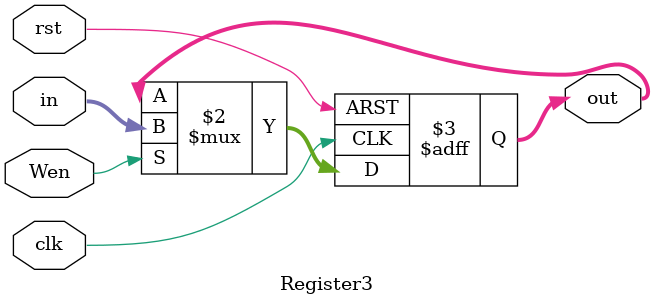
<source format=sv>
module Register8(input clk, rst, Wen,
                input[7:0] in,
                output logic[7:0] out);
    always_ff@(posedge clk, posedge rst) begin
        if(rst)
            out <= 0;
        else
            out <= Wen? in : out;
    end
endmodule

module Register13(input clk, rst, Wen,
                input[12:0] in,
                output logic[12:0] out);
    always_ff@(posedge clk, posedge rst) begin
        if(rst)
            out <= 0;
        else
            out <= Wen? in : out;
    end
endmodule

module Register5(input clk, rst, Wen,
                input[4:0] in,
                output logic[4:0] out);
    always_ff@(posedge clk, posedge rst) begin
        if(rst)
            out <= 0;
        else
            out <= Wen? in : out;
    end
endmodule

module Register3(input clk, rst, Wen,
                input[2:0] in,
                output logic[2:0] out);
    always_ff@(posedge clk, posedge rst) begin
        if(rst)
            out <= 0;
        else
            out <= Wen? in : out;
    end
endmodule
</source>
